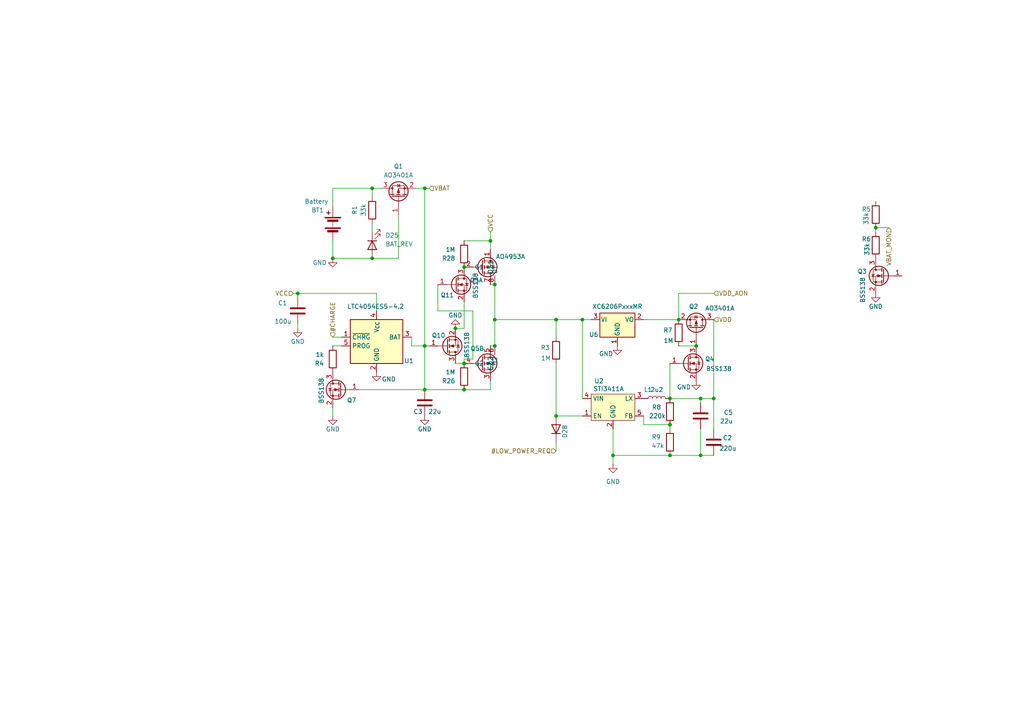
<source format=kicad_sch>
(kicad_sch (version 20231120) (generator "eeschema") (generator_version "8.0")
  (paper "A4")
  (title_block (title "Power systems") (rev "PY/A0 (1.1)") (company "MOTIV.PW"))
  (lib_symbols
    (symbol "AO4953A_1"
      (property "Reference" "Q" (at 4.572 9.652 0))
      (property "Value" "AO4953A" (at 8.636 -2.286 0))
      (symbol "AO4953A_1_0_1"
        (polyline (pts (xy -1.016 0) (xy -3.81 0)))
        (polyline (pts (xy -1.016 1.905) (xy -1.016 -1.905)) (stroke (width 0.254)))
        (polyline (pts (xy -0.508 -1.27) (xy -0.508 -2.286)) (stroke (width 0.254)))
        (polyline (pts (xy -0.508 0.508) (xy -0.508 -0.508)) (stroke (width 0.254)))
        (polyline (pts (xy -0.508 2.286) (xy -0.508 1.27)) (stroke (width 0.254)))
        (polyline (pts (xy 1.27 2.54) (xy 1.27 1.778)))
        (polyline (pts (xy 1.27 -2.54) (xy 1.27 0) (xy -0.508 0)))
        (polyline (pts (xy -0.508 -1.778) (xy 2.032 -1.778) (xy 2.032 1.778) (xy -0.508 1.778)))
        (polyline (pts (xy 1.27 0) (xy 0.254 -0.381) (xy 0.254 0.381) (xy 1.27 0)) (fill (type outline)))
        (polyline (pts (xy 1.524 -0.508) (xy 1.651 -0.381) (xy 2.413 -0.381) (xy 2.54 -0.254)))
        (polyline (pts (xy 2.032 -0.381) (xy 1.651 0.254) (xy 2.413 0.254) (xy 2.032 -0.381)))
        (circle (center 0.381 0) (radius 2.794) (stroke (width 0.254)))
        (circle (center 1.27 -1.778) (radius 0.254) (fill (type outline)))
        (circle (center 1.27 1.778) (radius 0.254) (fill (type outline)))
      )
      (symbol "AO4953A_1_1_1"
        (pin passive line (at 1.27 -5.08 90) (length 2.54) (name "S1") (number "1"))
        (pin passive line (at -6.35 0 0) (length 2.54) (name "G1") (number "2"))
        (pin passive line (at 1.27 5.08 270) (length 2.54) (name "D1") (number "7"))
        (pin passive line (at 2.54 5.08 270) (length 2.54) (name "D1") (number "8"))
      )
      (symbol "AO4953A_1_2_1"
        (pin passive line (at 1.27 -5.08 90) (length 2.54) (name "S2") (number "3"))
        (pin passive line (at -6.35 0 0) (length 2.54) (name "G2") (number "4"))
        (pin passive line (at 1.27 5.08 270) (length 2.54) (name "D2") (number "5"))
        (pin passive line (at 2.54 5.08 270) (length 2.54) (name "D2") (number "6"))
      )
    )
    (symbol "Battery_Management:LTC4054ES5-4.2"
      (property "Reference" "U" (at -5.842 6.604 0))
      (property "Value" "LTC4054ES5-4.2" (at 1.524 6.604 0))
      (symbol "LTC4054ES5-4.2_0_1"
        (rectangle (start -7.62 5.08) (end 7.62 -7.62) (stroke (width 0.254)) (fill (type background)))
      )
      (symbol "LTC4054ES5-4.2_1_1"
        (pin open_collector line (at -10.16 0 0) (length 2.54) (name "~{CHRG}") (number "1"))
        (pin power_in line (at 0 -10.16 90) (length 2.54) (name "GND") (number "2"))
        (pin power_out line (at 10.16 0 180) (length 2.54) (name "BAT") (number "3"))
        (pin power_in line (at 0 7.62 270) (length 2.54) (name "V_{CC}") (number "4"))
        (pin bidirectional line (at -10.16 -2.54 0) (length 2.54) (name "PROG") (number "5"))
      )
    )
    (symbol "Device:Battery" (pin_numbers hide) (pin_names (offset 0) hide)
      (property "Reference" "BT" (at 2.54 2.54 0))
      (property "Value" "Battery" (at 2.54 0 0))
      (symbol "Battery_0_1"
        (rectangle (start -2.286 -1.27) (end 2.286 -1.524) (fill (type outline)))
        (rectangle (start -2.286 1.778) (end 2.286 1.524) (fill (type outline)))
        (rectangle (start -1.524 -2.032) (end 1.524 -2.54) (fill (type outline)))
        (rectangle (start -1.524 1.016) (end 1.524 0.508) (fill (type outline)))
        (polyline (pts (xy 0 -1.016) (xy 0 -0.762)))
        (polyline (pts (xy 0 -0.508) (xy 0 -0.254)))
        (polyline (pts (xy 0 0) (xy 0 0.254)))
        (polyline (pts (xy 0 1.778) (xy 0 2.54)))
        (polyline (pts (xy 0.762 3.048) (xy 1.778 3.048)) (stroke (width 0.254)))
        (polyline (pts (xy 1.27 3.556) (xy 1.27 2.54)) (stroke (width 0.254)))
      )
      (symbol "Battery_1_1"
        (pin passive line (at 0 5.08 270) (length 2.54) (name "+") (number "1"))
        (pin passive line (at 0 -5.08 90) (length 2.54) (name "-") (number "2"))
      )
    )
    (symbol "Device:C" (pin_numbers hide) (pin_names (offset 0.254))
      (property "Reference" "C" (at 0.635 2.54 0))
      (property "Value" "C" (at 0.635 -2.54 0))
      (symbol "C_0_1"
        (polyline (pts (xy -2.032 -0.762) (xy 2.032 -0.762)) (stroke (width 0.508)))
        (polyline (pts (xy -2.032 0.762) (xy 2.032 0.762)) (stroke (width 0.508)))
      )
      (symbol "C_1_1"
        (pin passive line (at 0 3.81 270) (length 2.794) (name "~") (number "1"))
        (pin passive line (at 0 -3.81 90) (length 2.794) (name "~") (number "2"))
      )
    )
    (symbol "Device:D" (pin_numbers hide) (pin_names (offset 1.016) hide)
      (property "Reference" "D" (at 0 2.54 0))
      (property "Value" "D" (at 0 -2.54 0))
      (symbol "D_0_1"
        (polyline (pts (xy -1.27 1.27) (xy -1.27 -1.27)) (stroke (width 0.254)))
        (polyline (pts (xy 1.27 0) (xy -1.27 0)))
        (polyline (pts (xy 1.27 1.27) (xy 1.27 -1.27) (xy -1.27 0) (xy 1.27 1.27)) (stroke (width 0.254)))
      )
      (symbol "D_1_1"
        (pin passive line (at -3.81 0 0) (length 2.54) (name "K") (number "1"))
        (pin passive line (at 3.81 0 180) (length 2.54) (name "A") (number "2"))
      )
    )
    (symbol "Device:L" (pin_numbers hide) (pin_names (offset 1.016) hide)
      (property "Reference" "L" (at -1.27 0 90))
      (property "Value" "L" (at 1.905 0 90))
      (symbol "L_0_1"
        (arc (start 0 -2.54) (mid 0.6323 -1.905) (end 0 -1.27))
        (arc (start 0 -1.27) (mid 0.6323 -0.635) (end 0 0))
        (arc (start 0 0) (mid 0.6323 0.635) (end 0 1.27))
        (arc (start 0 1.27) (mid 0.6323 1.905) (end 0 2.54))
      )
      (symbol "L_1_1"
        (pin passive line (at 0 3.81 270) (length 1.27) (name "1") (number "1"))
        (pin passive line (at 0 -3.81 90) (length 1.27) (name "2") (number "2"))
      )
    )
    (symbol "Device:LED" (pin_numbers hide) (pin_names (offset 1.016) hide)
      (property "Reference" "D" (at 0 2.54 0))
      (property "Value" "LED" (at 0 -2.54 0))
      (symbol "LED_0_1"
        (polyline (pts (xy -1.27 -1.27) (xy -1.27 1.27)) (stroke (width 0.254)))
        (polyline (pts (xy -1.27 0) (xy 1.27 0)))
        (polyline (pts (xy 1.27 -1.27) (xy 1.27 1.27) (xy -1.27 0) (xy 1.27 -1.27)) (stroke (width 0.254)))
        (polyline (pts (xy -3.048 -0.762) (xy -4.572 -2.286) (xy -3.81 -2.286) (xy -4.572 -2.286) (xy -4.572 -1.524)))
        (polyline (pts (xy -1.778 -0.762) (xy -3.302 -2.286) (xy -2.54 -2.286) (xy -3.302 -2.286) (xy -3.302 -1.524)))
      )
      (symbol "LED_1_1"
        (pin passive line (at -3.81 0 0) (length 2.54) (name "K") (number "1"))
        (pin passive line (at 3.81 0 180) (length 2.54) (name "A") (number "2"))
      )
    )
    (symbol "Device:R" (pin_numbers hide) (pin_names (offset 0))
      (property "Reference" "R" (at 2.032 0 90))
      (property "Value" "R" (at 0 0 90))
      (symbol "R_0_1"
        (rectangle (start -1.016 -2.54) (end 1.016 2.54) (stroke (width 0.254)))
      )
      (symbol "R_1_1"
        (pin passive line (at 0 3.81 270) (length 1.27) (name "~") (number "1"))
        (pin passive line (at 0 -3.81 90) (length 1.27) (name "~") (number "2"))
      )
    )
    (symbol "Regulator_Linear:XC6206PxxxMR" (pin_names (offset 0.254))
      (property "Reference" "U" (at -3.81 3.175 0))
      (property "Value" "XC6206PxxxMR" (at 0 3.175 0))
      (symbol "XC6206PxxxMR_0_1"
        (rectangle (start -5.08 1.905) (end 5.08 -5.08) (stroke (width 0.254)) (fill (type background)))
      )
      (symbol "XC6206PxxxMR_1_1"
        (pin power_in line (at 0 -7.62 90) (length 2.54) (name "GND") (number "1"))
        (pin power_out line (at 7.62 0 180) (length 2.54) (name "VO") (number "2"))
        (pin power_in line (at -7.62 0 0) (length 2.54) (name "VI") (number "3"))
      )
    )
    (symbol "Transistor_FET:AO3401A" (pin_names hide)
      (property "Reference" "Q" (at 5.08 1.905 0))
      (property "Value" "AO3401A" (at 5.08 0 0))
      (symbol "AO3401A_0_1"
        (polyline (pts (xy 0.254 0) (xy -2.54 0)))
        (polyline (pts (xy 0.254 1.905) (xy 0.254 -1.905)) (stroke (width 0.254)))
        (polyline (pts (xy 0.762 -1.27) (xy 0.762 -2.286)) (stroke (width 0.254)))
        (polyline (pts (xy 0.762 0.508) (xy 0.762 -0.508)) (stroke (width 0.254)))
        (polyline (pts (xy 0.762 2.286) (xy 0.762 1.27)) (stroke (width 0.254)))
        (polyline (pts (xy 2.54 2.54) (xy 2.54 1.778)))
        (polyline (pts (xy 2.54 -2.54) (xy 2.54 0) (xy 0.762 0)))
        (polyline (pts (xy 0.762 1.778) (xy 3.302 1.778) (xy 3.302 -1.778) (xy 0.762 -1.778)))
        (polyline (pts (xy 2.286 0) (xy 1.27 0.381) (xy 1.27 -0.381) (xy 2.286 0)) (fill (type outline)))
        (polyline (pts (xy 2.794 -0.508) (xy 2.921 -0.381) (xy 3.683 -0.381) (xy 3.81 -0.254)))
        (polyline (pts (xy 3.302 -0.381) (xy 2.921 0.254) (xy 3.683 0.254) (xy 3.302 -0.381)))
        (circle (center 1.651 0) (radius 2.794) (stroke (width 0.254)))
        (circle (center 2.54 -1.778) (radius 0.254) (fill (type outline)))
        (circle (center 2.54 1.778) (radius 0.254) (fill (type outline)))
      )
      (symbol "AO3401A_1_1"
        (pin input line (at -5.08 0 0) (length 2.54) (name "G") (number "1"))
        (pin passive line (at 2.54 -5.08 90) (length 2.54) (name "S") (number "2"))
        (pin passive line (at 2.54 5.08 270) (length 2.54) (name "D") (number "3"))
      )
    )
    (symbol "Transistor_FET:BSS138" (pin_names hide)
      (property "Reference" "Q" (at 5.08 1.905 0))
      (property "Value" "BSS138" (at 5.08 0 0))
      (symbol "BSS138_0_1"
        (polyline (pts (xy 0.254 0) (xy -2.54 0)))
        (polyline (pts (xy 0.254 1.905) (xy 0.254 -1.905)) (stroke (width 0.254)))
        (polyline (pts (xy 0.762 -1.27) (xy 0.762 -2.286)) (stroke (width 0.254)))
        (polyline (pts (xy 0.762 0.508) (xy 0.762 -0.508)) (stroke (width 0.254)))
        (polyline (pts (xy 0.762 2.286) (xy 0.762 1.27)) (stroke (width 0.254)))
        (polyline (pts (xy 2.54 2.54) (xy 2.54 1.778)))
        (polyline (pts (xy 2.54 -2.54) (xy 2.54 0) (xy 0.762 0)))
        (polyline (pts (xy 0.762 -1.778) (xy 3.302 -1.778) (xy 3.302 1.778) (xy 0.762 1.778)))
        (polyline (pts (xy 1.016 0) (xy 2.032 0.381) (xy 2.032 -0.381) (xy 1.016 0)) (fill (type outline)))
        (polyline (pts (xy 2.794 0.508) (xy 2.921 0.381) (xy 3.683 0.381) (xy 3.81 0.254)))
        (polyline (pts (xy 3.302 0.381) (xy 2.921 -0.254) (xy 3.683 -0.254) (xy 3.302 0.381)))
        (circle (center 1.651 0) (radius 2.794) (stroke (width 0.254)))
        (circle (center 2.54 -1.778) (radius 0.254) (fill (type outline)))
        (circle (center 2.54 1.778) (radius 0.254) (fill (type outline)))
      )
      (symbol "BSS138_1_1"
        (pin input line (at -5.08 0 0) (length 2.54) (name "G") (number "1"))
        (pin passive line (at 2.54 -5.08 90) (length 2.54) (name "S") (number "2"))
        (pin passive line (at 2.54 5.08 270) (length 2.54) (name "D") (number "3"))
      )
    )
    (symbol "custom:AO4953A"
      (property "Reference" "Q" (at 4.572 9.652 0))
      (property "Value" "AO4953A" (at 8.636 -2.286 0))
      (symbol "AO4953A_0_1"
        (polyline (pts (xy -1.016 0) (xy -3.81 0)))
        (polyline (pts (xy -1.016 1.905) (xy -1.016 -1.905)) (stroke (width 0.254)))
        (polyline (pts (xy -0.508 -1.27) (xy -0.508 -2.286)) (stroke (width 0.254)))
        (polyline (pts (xy -0.508 0.508) (xy -0.508 -0.508)) (stroke (width 0.254)))
        (polyline (pts (xy -0.508 2.286) (xy -0.508 1.27)) (stroke (width 0.254)))
        (polyline (pts (xy 1.27 2.54) (xy 1.27 1.778)))
        (polyline (pts (xy 1.27 -2.54) (xy 1.27 0) (xy -0.508 0)))
        (polyline (pts (xy -0.508 -1.778) (xy 2.032 -1.778) (xy 2.032 1.778) (xy -0.508 1.778)))
        (polyline (pts (xy 1.27 0) (xy 0.254 -0.381) (xy 0.254 0.381) (xy 1.27 0)) (fill (type outline)))
        (polyline (pts (xy 1.524 -0.508) (xy 1.651 -0.381) (xy 2.413 -0.381) (xy 2.54 -0.254)))
        (polyline (pts (xy 2.032 -0.381) (xy 1.651 0.254) (xy 2.413 0.254) (xy 2.032 -0.381)))
        (circle (center 0.381 0) (radius 2.794) (stroke (width 0.254)))
        (circle (center 1.27 -1.778) (radius 0.254) (fill (type outline)))
        (circle (center 1.27 1.778) (radius 0.254) (fill (type outline)))
      )
      (symbol "AO4953A_1_1"
        (pin passive line (at 1.27 -5.08 90) (length 2.54) (name "S1") (number "1"))
        (pin passive line (at -6.35 0 0) (length 2.54) (name "G1") (number "2"))
        (pin passive line (at 1.27 5.08 270) (length 2.54) (name "D1") (number "7"))
        (pin passive line (at 2.54 5.08 270) (length 2.54) (name "D1") (number "8"))
      )
      (symbol "AO4953A_2_1"
        (pin passive line (at 1.27 -5.08 90) (length 2.54) (name "S2") (number "3"))
        (pin passive line (at -6.35 0 0) (length 2.54) (name "G2") (number "4"))
        (pin passive line (at 1.27 5.08 270) (length 2.54) (name "D2") (number "5"))
        (pin passive line (at 2.54 5.08 270) (length 2.54) (name "D2") (number "6"))
      )
    )
    (symbol "custom:STI3411"
      (property "Reference" "U2" (at 2.286 3.81 0))
      (property "Value" "STI3411A" (at 5.08 1.524 0))
      (symbol "STI3411_1_1"
        (rectangle (start 0 0) (end 12.7 -7.62) (fill (type background)))
        (pin input line (at -2.54 -6.35 0) (length 2.54) (name "EN") (number "1"))
        (pin power_in line (at 6.35 -10.16 90) (length 2.54) (name "GND") (number "2"))
        (pin power_out line (at 15.24 -1.27 180) (length 2.54) (name "LX") (number "3"))
        (pin power_in line (at -2.54 -1.27 0) (length 2.54) (name "VIN") (number "4"))
        (pin input line (at 15.24 -6.35 180) (length 2.54) (name "FB") (number "5"))
      )
    )
    (symbol "power:GND" (power) (pin_numbers hide) (pin_names (offset 0) hide)
      (property "Value" "GND" (at 0 -3.81 0))
      (symbol "GND_0_1"
        (polyline (pts (xy 0 0) (xy 0 -1.27) (xy 1.27 -1.27) (xy 0 -2.54) (xy -1.27 -1.27) (xy 0 -1.27)))
      )
      (symbol "GND_1_1"
        (pin power_in line (at 0 0 270) (length 0) (name "~") (number "1"))
      )
    )
  )
  (junction (at 168.91 92.71))
  (junction (at 123.19 100.33))
  (junction (at 143.51 92.71))
  (junction (at 123.19 113.03))
  (junction (at 161.29 120.65))
  (junction (at 107.95 74.93))
  (junction (at 177.8 132.08))
  (junction (at 134.62 77.47))
  (junction (at 132.08 95.25))
  (junction (at 201.93 100.33))
  (junction (at 123.19 54.61))
  (junction (at 194.31 115.57))
  (junction (at 203.2 115.57))
  (junction (at 196.85 92.71))
  (junction (at 207.01 115.57))
  (junction (at 194.31 123.19))
  (junction (at 143.51 100.33))
  (junction (at 161.29 92.71))
  (junction (at 107.95 54.61))
  (junction (at 142.24 69.85))
  (junction (at 134.62 105.41))
  (junction (at 203.2 132.08))
  (junction (at 96.52 74.93))
  (junction (at 254 66.04))
  (junction (at 143.51 82.55))
  (junction (at 194.31 132.08))
  (junction (at 134.62 113.03))
  (junction (at 86.36 85.09))
  (wire (pts (xy 137.16 90.17) (xy 137.16 104.14)))
  (wire (pts (xy 142.24 100.33) (xy 143.51 100.33)))
  (wire (pts (xy 186.69 120.65) (xy 186.69 123.19)))
  (wire (pts (xy 134.62 104.14) (xy 134.62 105.41)))
  (wire (pts (xy 107.95 54.61) (xy 96.52 54.61)))
  (wire (pts (xy 142.24 67.31) (xy 142.24 69.85)))
  (wire (pts (xy 104.14 113.03) (xy 123.19 113.03)))
  (wire (pts (xy 177.8 132.08) (xy 194.31 132.08)))
  (wire (pts (xy 96.52 97.79) (xy 99.06 97.79)))
  (wire (pts (xy 143.51 92.71) (xy 161.29 92.71)))
  (wire (pts (xy 107.95 57.15) (xy 107.95 54.61)))
  (wire (pts (xy 194.31 123.19) (xy 194.31 124.46)))
  (wire (pts (xy 194.31 132.08) (xy 203.2 132.08)))
  (wire (pts (xy 110.49 54.61) (xy 107.95 54.61)))
  (wire (pts (xy 161.29 92.71) (xy 168.91 92.71)))
  (wire (pts (xy 196.85 85.09) (xy 196.85 92.71)))
  (wire (pts (xy 86.36 85.09) (xy 109.22 85.09)))
  (wire (pts (xy 132.08 105.41) (xy 134.62 105.41)))
  (wire (pts (xy 207.01 92.71) (xy 207.01 115.57)))
  (wire (pts (xy 143.51 82.55) (xy 143.51 92.71)))
  (wire (pts (xy 207.01 85.09) (xy 196.85 85.09)))
  (wire (pts (xy 134.62 95.25) (xy 132.08 95.25)))
  (wire (pts (xy 177.8 124.46) (xy 177.8 132.08)))
  (wire (pts (xy 123.19 113.03) (xy 134.62 113.03)))
  (wire (pts (xy 207.01 115.57) (xy 207.01 124.46)))
  (wire (pts (xy 85.09 85.09) (xy 86.36 85.09)))
  (wire (pts (xy 115.57 62.23) (xy 115.57 74.93)))
  (wire (pts (xy 123.19 100.33) (xy 123.19 113.03)))
  (wire (pts (xy 107.95 74.93) (xy 115.57 74.93)))
  (wire (pts (xy 96.52 100.33) (xy 99.06 100.33)))
  (wire (pts (xy 123.19 54.61) (xy 124.46 54.61)))
  (wire (pts (xy 96.52 54.61) (xy 96.52 59.69)))
  (wire (pts (xy 127 82.55) (xy 127 90.17)))
  (wire (pts (xy 161.29 92.71) (xy 161.29 97.79)))
  (wire (pts (xy 123.19 54.61) (xy 123.19 100.33)))
  (wire (pts (xy 196.85 100.33) (xy 201.93 100.33)))
  (wire (pts (xy 186.69 92.71) (xy 196.85 92.71)))
  (wire (pts (xy 134.62 69.85) (xy 142.24 69.85)))
  (wire (pts (xy 161.29 120.65) (xy 168.91 120.65)))
  (wire (pts (xy 161.29 105.41) (xy 161.29 120.65)))
  (wire (pts (xy 203.2 115.57) (xy 207.01 115.57)))
  (wire (pts (xy 109.22 85.09) (xy 109.22 90.17)))
  (wire (pts (xy 123.19 100.33) (xy 124.46 100.33)))
  (wire (pts (xy 257.81 66.04) (xy 254 66.04)))
  (wire (pts (xy 254 66.04) (xy 254 67.31)))
  (wire (pts (xy 86.36 85.09) (xy 86.36 86.36)))
  (wire (pts (xy 134.62 87.63) (xy 134.62 95.25)))
  (wire (pts (xy 194.31 115.57) (xy 203.2 115.57)))
  (wire (pts (xy 137.16 104.14) (xy 134.62 104.14)))
  (wire (pts (xy 143.51 82.55) (xy 142.24 82.55)))
  (wire (pts (xy 142.24 69.85) (xy 142.24 72.39)))
  (wire (pts (xy 203.2 116.84) (xy 203.2 115.57)))
  (wire (pts (xy 96.52 74.93) (xy 107.95 74.93)))
  (wire (pts (xy 134.62 113.03) (xy 142.24 113.03)))
  (wire (pts (xy 168.91 92.71) (xy 171.45 92.71)))
  (wire (pts (xy 96.52 69.85) (xy 96.52 74.93)))
  (wire (pts (xy 127 90.17) (xy 137.16 90.17)))
  (wire (pts (xy 107.95 64.77) (xy 107.95 67.31)))
  (wire (pts (xy 119.38 100.33) (xy 123.19 100.33)))
  (wire (pts (xy 119.38 100.33) (xy 119.38 97.79)))
  (wire (pts (xy 143.51 92.71) (xy 143.51 100.33)))
  (wire (pts (xy 203.2 132.08) (xy 207.01 132.08)))
  (wire (pts (xy 168.91 92.71) (xy 168.91 115.57)))
  (wire (pts (xy 186.69 123.19) (xy 194.31 123.19)))
  (wire (pts (xy 96.52 120.65) (xy 96.52 118.11)))
  (wire (pts (xy 120.65 54.61) (xy 123.19 54.61)))
  (wire (pts (xy 142.24 113.03) (xy 142.24 110.49)))
  (wire (pts (xy 177.8 134.62) (xy 177.8 132.08)))
  (wire (pts (xy 194.31 105.41) (xy 194.31 115.57)))
  (wire (pts (xy 86.36 93.98) (xy 86.36 95.25)))
  (wire (pts (xy 161.29 128.27) (xy 161.29 130.81)))
  (wire (pts (xy 203.2 124.46) (xy 203.2 132.08)))
  (hierarchical_label "VDD_AON" (shape input) (at 207.01 85.09 0))
  (hierarchical_label "VBAT" (shape input) (at 124.46 54.61 0))
  (hierarchical_label "#CHARGE" (shape input) (at 96.52 97.79 90))
  (hierarchical_label "VBAT_MON" (shape input) (at 257.81 66.04 270))
  (hierarchical_label "#LOW_POWER_REQ" (shape input) (at 161.29 130.81 180))
  (hierarchical_label "VCC" (shape input) (at 85.09 85.09 180))
  (hierarchical_label "VDD" (shape input) (at 207.01 92.71 0))
  (hierarchical_label "VCC" (shape input) (at 142.24 67.31 90))
  (symbol (lib_id "Transistor_FET:BSS138") (at 199.39 105.41 0) (unit 1)
    (property "Reference" "Q4" (at 204.47 104.14 0) (effects (justify left)))
    (property "Value" "BSS138" (at 204.724 106.934 0) (effects (justify left)))
    (property "Footprint" "Package_TO_SOT_SMD:SOT-23" (effects (hide yes)))
    (property "Datasheet" "https://www.onsemi.com/pub/Collateral/BSS138-D.PDF" (effects (hide yes)))
    (property "Description" "50V Vds, 0.22A Id, N-Channel MOSFET, SOT-23" (effects (hide yes)))
  )
  (symbol (lib_id "Battery_Management:LTC4054ES5-4.2") (at 109.22 97.79 0) (unit 1)
    (property "Reference" "U1" (at 118.618 104.648 0))
    (property "Value" "LTC4054ES5-4.2" (at 108.966 88.9 0))
    (property "Footprint" "Package_TO_SOT_SMD:TSOT-23-5" (effects (hide yes)))
    (property "Datasheet" "https://www.analog.com/media/en/technical-documentation/data-sheets/405442xf.pdf" (effects (hide yes)))
    (property "Description" "Constant-current/constant-voltage linear charger for single cell lithium-ion batteries with 2.9V Trickle Charge, 4.5V to 6.5V VDD, -40 to +85 degree Celsius, TSOT-23-5" (effects (hide yes)))
  )
  (symbol (lib_id "Transistor_FET:BSS138") (at 99.06 113.03 0) (mirror y) (unit 1)
    (property "Reference" "Q7" (at 103.378 116.078 0) (effects (justify left)))
    (property "Value" "BSS138" (at 93.218 117.094 90) (effects (justify left)))
    (property "Footprint" "Package_TO_SOT_SMD:SOT-23" (effects (hide yes)))
    (property "Datasheet" "https://www.onsemi.com/pub/Collateral/BSS138-D.PDF" (effects (hide yes)))
    (property "Description" "50V Vds, 0.22A Id, N-Channel MOSFET, SOT-23" (effects (hide yes)))
  )
  (symbol (lib_id "Device:R") (at 134.62 109.22 180) (unit 1)
    (property "Reference" "R26" (at 132.08 110.49 0) (effects (justify left)))
    (property "Value" "1M" (at 132.08 107.95 0) (effects (justify left)))
    (property "Footprint" "Resistor_SMD:R_0805_2012Metric_Pad1.20x1.40mm_HandSolder" (effects (hide yes)))
    (property "Description" "Resistor" (effects (hide yes)))
  )
  (symbol (lib_id "Device:C") (at 203.2 120.65 0) (mirror y) (unit 1)
    (property "Reference" "C5" (at 212.598 119.634 0) (effects (justify left)))
    (property "Value" "22u" (at 212.598 122.174 0) (effects (justify left)))
    (property "Footprint" "Resistor_SMD:R_1210_3225Metric_Pad1.30x2.65mm_HandSolder" (effects (hide yes)))
    (property "Description" "Unpolarized capacitor" (effects (hide yes)))
  )
  (symbol (lib_id "Regulator_Linear:XC6206PxxxMR") (at 179.07 92.71 0) (unit 1)
    (property "Reference" "U6" (at 172.212 97.028 0))
    (property "Value" "XC6206PxxxMR" (at 179.07 88.9 0))
    (property "Footprint" "Package_TO_SOT_SMD:SOT-23-3" (effects (hide yes)))
    (property "Datasheet" "https://www.torexsemi.com/file/xc6206/XC6206.pdf" (effects (hide yes)))
    (property "Description" "Positive 60-250mA Low Dropout Regulator, Fixed Output, SOT-23" (effects (hide yes)))
  )
  (symbol (lib_id "Device:L") (at 190.5 115.57 90) (unit 1)
    (property "Reference" "L1" (at 187.96 113.03 90))
    (property "Value" "2u2" (at 190.5 113.03 90))
    (property "Footprint" "Inductor_SMD:L_Chilisin_BMRA00050530" (effects (hide yes)))
    (property "Description" "Inductor" (effects (hide yes)))
  )
  (symbol (lib_id "Device:R") (at 254 71.12 0) (unit 1)
    (property "Reference" "R6" (at 249.936 69.342 0) (effects (justify left)))
    (property "Value" "33k" (at 251.46 74.168 90) (effects (justify left)))
    (property "Footprint" "Resistor_SMD:R_0805_2012Metric_Pad1.20x1.40mm_HandSolder" (effects (hide yes)))
    (property "Description" "Resistor" (effects (hide yes)))
  )
  (symbol (lib_id "Transistor_FET:BSS138") (at 256.54 80.01 0) (mirror y) (unit 1)
    (property "Reference" "Q3" (at 251.46 78.74 0) (effects (justify left)))
    (property "Value" "BSS138" (at 250.19 87.884 90) (effects (justify left)))
    (property "Footprint" "Package_TO_SOT_SMD:SOT-23" (effects (hide yes)))
    (property "Datasheet" "https://www.onsemi.com/pub/Collateral/BSS138-D.PDF" (effects (hide yes)))
    (property "Description" "50V Vds, 0.22A Id, N-Channel MOSFET, SOT-23" (effects (hide yes)))
  )
  (symbol (lib_id "Device:R") (at 134.62 73.66 180) (unit 1)
    (property "Reference" "R28" (at 132.08 74.93 0) (effects (justify left)))
    (property "Value" "1M" (at 132.08 72.39 0) (effects (justify left)))
    (property "Footprint" "Resistor_SMD:R_0805_2012Metric_Pad1.20x1.40mm_HandSolder" (effects (hide yes)))
    (property "Description" "Resistor" (effects (hide yes)))
  )
  (symbol (lib_id "power:GND") (at 132.08 95.25 180) (unit 1)
    (property "Reference" "#PWR020" (effects (hide yes)))
    (property "Value" "GND" (at 132.08 91.44 0))
    (property "Description" "Power symbol creates a global label with name \"GND\" , ground" (effects (hide yes)))
  )
  (symbol (lib_id "Device:R") (at 194.31 119.38 0) (mirror y) (unit 1)
    (property "Reference" "R8" (at 191.77 118.11 0) (effects (justify left)))
    (property "Value" "220k" (at 188.214 120.65 0) (effects (justify right)))
    (property "Footprint" "Resistor_SMD:R_0805_2012Metric_Pad1.20x1.40mm_HandSolder" (effects (hide yes)))
    (property "Description" "Resistor" (effects (hide yes)))
  )
  (symbol (lib_id "Device:R") (at 196.85 96.52 0) (mirror y) (unit 1)
    (property "Reference" "R7" (at 195.072 95.758 0) (effects (justify left)))
    (property "Value" "1M" (at 195.326 98.806 0) (effects (justify left)))
    (property "Footprint" "Resistor_SMD:R_0805_2012Metric_Pad1.20x1.40mm_HandSolder" (effects (hide yes)))
    (property "Description" "Resistor" (effects (hide yes)))
  )
  (symbol (lib_id "power:GND") (at 96.52 120.65 0) (unit 1)
    (property "Reference" "#PWR05" (effects (hide yes)))
    (property "Value" "GND" (at 96.52 124.46 0))
    (property "Description" "Power symbol creates a global label with name \"GND\" , ground" (effects (hide yes)))
  )
  (symbol (lib_id "custom:AO4953A") (at 140.97 105.41 0) (unit 2)
    (property "Reference" "Q5" (at 138.43 101.092 0))
    (property "Value" "AO4953A" (effects (hide yes)))
    (property "Footprint" "Package_SO:SOP-8_3.9x4.9mm_P1.27mm" (effects (hide yes)))
  )
  (symbol (lib_id "Device:C") (at 86.36 90.17 0) (mirror y) (unit 1)
    (property "Reference" "C1" (at 83.312 87.884 0) (effects (justify left)))
    (property "Value" "100u" (at 84.582 93.218 0) (effects (justify left)))
    (property "Footprint" "Capacitor_SMD:C_1210_3225Metric" (effects (hide yes)))
    (property "Description" "Unpolarized capacitor" (effects (hide yes)))
  )
  (symbol (lib_id "Device:C") (at 207.01 128.27 0) (mirror y) (unit 1)
    (property "Reference" "C2" (at 212.344 127 0) (effects (justify left)))
    (property "Value" "220u" (at 213.614 130.048 0) (effects (justify left)))
    (property "Footprint" "Capacitor_SMD:C_2220_5750Metric" (effects (hide yes)))
    (property "Description" "Unpolarized capacitor" (effects (hide yes)))
  )
  (symbol (lib_id "Transistor_FET:BSS138") (at 129.54 100.33 0) (mirror x) (unit 1)
    (property "Reference" "Q10" (at 125.222 97.282 0) (effects (justify left)))
    (property "Value" "BSS138" (at 135.382 96.266 90) (effects (justify left)))
    (property "Footprint" "Package_TO_SOT_SMD:SOT-23" (effects (hide yes)))
    (property "Datasheet" "https://www.onsemi.com/pub/Collateral/BSS138-D.PDF" (effects (hide yes)))
    (property "Description" "50V Vds, 0.22A Id, N-Channel MOSFET, SOT-23" (effects (hide yes)))
  )
  (symbol (lib_id "Device:R") (at 254 62.23 0) (unit 1)
    (property "Reference" "R5" (at 249.936 60.706 0) (effects (justify left)))
    (property "Value" "33k" (at 251.206 65.278 90) (effects (justify left)))
    (property "Footprint" "Resistor_SMD:R_0805_2012Metric_Pad1.20x1.40mm_HandSolder" (effects (hide yes)))
    (property "Description" "Resistor" (effects (hide yes)))
  )
  (symbol (lib_id "Transistor_FET:AO3401A") (at 201.93 95.25 270) (mirror x) (unit 1)
    (property "Reference" "Q2" (at 201.168 88.9 90))
    (property "Value" "AO3401A" (at 208.788 89.408 90))
    (property "Footprint" "Package_TO_SOT_SMD:SOT-23" (effects (hide yes)))
    (property "Datasheet" "http://www.aosmd.com/pdfs/datasheet/AO3401A.pdf" (effects (hide yes)))
    (property "Description" "-4.0A Id, -30V Vds, P-Channel MOSFET, SOT-23" (effects (hide yes)))
  )
  (symbol (lib_id "custom:STI3411") (at 171.45 114.3 0) (unit 1)
    (property "Reference" "U2" (at 173.736 110.49 0))
    (property "Value" "STI3411A" (at 176.53 112.776 0))
    (property "Footprint" "Package_TO_SOT_SMD:TSOT-23-5" (effects (hide yes)))
  )
  (symbol (lib_id "power:GND") (at 179.07 100.33 0) (unit 1)
    (property "Reference" "#PWR029" (effects (hide yes)))
    (property "Value" "GND" (at 175.768 102.616 0))
    (property "Description" "Power symbol creates a global label with name \"GND\" , ground" (effects (hide yes)))
  )
  (symbol (lib_id "Device:R") (at 194.31 128.27 0) (unit 1)
    (property "Reference" "R9" (at 188.976 126.746 0) (effects (justify left)))
    (property "Value" "47k" (at 188.976 129.286 0) (effects (justify left)))
    (property "Footprint" "Resistor_SMD:R_0805_2012Metric_Pad1.20x1.40mm_HandSolder" (effects (hide yes)))
    (property "Description" "Resistor" (effects (hide yes)))
  )
  (symbol (lib_id "power:GND") (at 109.22 107.95 0) (unit 1)
    (property "Reference" "#PWR019" (effects (hide yes)))
    (property "Value" "GND" (at 112.776 109.982 0))
    (property "Description" "Power symbol creates a global label with name \"GND\" , ground" (effects (hide yes)))
  )
  (symbol (lib_id "power:GND") (at 177.8 134.62 0) (unit 1)
    (property "Reference" "#PWR030" (effects (hide yes)))
    (property "Value" "GND" (at 177.8 139.7 0))
    (property "Description" "Power symbol creates a global label with name \"GND\" , ground" (effects (hide yes)))
  )
  (symbol (lib_id "Transistor_FET:BSS138") (at 132.08 82.55 0) (unit 1)
    (property "Reference" "Q11" (at 127.762 85.598 0) (effects (justify left)))
    (property "Value" "BSS138" (at 137.922 86.614 90) (effects (justify left)))
    (property "Footprint" "Package_TO_SOT_SMD:SOT-23" (effects (hide yes)))
    (property "Datasheet" "https://www.onsemi.com/pub/Collateral/BSS138-D.PDF" (effects (hide yes)))
    (property "Description" "50V Vds, 0.22A Id, N-Channel MOSFET, SOT-23" (effects (hide yes)))
  )
  (symbol (lib_id "Device:Battery") (at 96.52 64.77 0) (mirror y) (unit 1)
    (property "Reference" "BT1" (at 93.98 60.96 0) (effects (justify left)))
    (property "Value" "Battery" (at 95.25 58.42 0) (effects (justify left)))
    (property "Footprint" "footprints:LiIon18650" (effects (hide yes)))
    (property "Description" "Multiple-cell battery" (effects (hide yes)))
  )
  (symbol (lib_id "Device:R") (at 107.95 60.96 0) (mirror y) (unit 1)
    (property "Reference" "R1" (at 102.87 60.96 90))
    (property "Value" "33k" (at 105.41 60.96 90))
    (property "Footprint" "Resistor_SMD:R_0805_2012Metric_Pad1.20x1.40mm_HandSolder" (effects (hide yes)))
    (property "Description" "Resistor" (effects (hide yes)))
  )
  (symbol (lib_name "AO4953A_1") (lib_id "custom:AO4953A") (at 140.97 77.47 0) (mirror x) (unit 1)
    (property "Reference" "Q5" (at 138.176 81.28 0))
    (property "Value" "AO4953A" (at 148.082 74.422 0))
    (property "Footprint" "Package_SO:SOP-8_3.9x4.9mm_P1.27mm" (effects (hide yes)))
  )
  (symbol (lib_id "power:GND") (at 201.93 110.49 0) (unit 1)
    (property "Reference" "#PWR08" (effects (hide yes)))
    (property "Value" "GND" (at 198.374 112.268 0))
    (property "Description" "Power symbol creates a global label with name \"GND\" , ground" (effects (hide yes)))
  )
  (symbol (lib_id "Transistor_FET:AO3401A") (at 115.57 57.15 90) (unit 1)
    (property "Reference" "Q1" (at 115.57 48.26 90))
    (property "Value" "AO3401A" (at 115.57 50.8 90))
    (property "Footprint" "Package_TO_SOT_SMD:SOT-23" (effects (hide yes)))
    (property "Datasheet" "http://www.aosmd.com/pdfs/datasheet/AO3401A.pdf" (effects (hide yes)))
    (property "Description" "-4.0A Id, -30V Vds, P-Channel MOSFET, SOT-23" (effects (hide yes)))
  )
  (symbol (lib_id "Device:R") (at 161.29 101.6 0) (mirror y) (unit 1)
    (property "Reference" "R3" (at 159.512 100.838 0) (effects (justify left)))
    (property "Value" "1M" (at 159.766 103.886 0) (effects (justify left)))
    (property "Footprint" "Resistor_SMD:R_0805_2012Metric_Pad1.20x1.40mm_HandSolder" (effects (hide yes)))
    (property "Description" "Resistor" (effects (hide yes)))
  )
  (symbol (lib_id "power:GND") (at 96.52 74.93 0) (mirror y) (unit 1)
    (property "Reference" "#PWR012" (effects (hide yes)))
    (property "Value" "GND" (at 92.71 76.2 0))
    (property "Description" "Power symbol creates a global label with name \"GND\" , ground" (effects (hide yes)))
  )
  (symbol (lib_id "Device:D") (at 161.29 124.46 90) (unit 1)
    (property "Reference" "D28" (at 163.83 123.19 0) (effects (justify right)))
    (property "Value" "D" (effects (hide yes)))
    (property "Footprint" "Diode_SMD:D_1206_3216Metric" (effects (hide yes)))
    (property "Description" "Diode" (effects (hide yes)))
    (property "Sim.Device" "D" (effects (hide yes)))
    (property "Sim.Pins" "1=K 2=A" (effects (hide yes)))
  )
  (symbol (lib_id "power:GND") (at 123.19 120.65 0) (unit 1)
    (property "Reference" "#PWR024" (effects (hide yes)))
    (property "Value" "GND" (at 123.19 124.46 0))
    (property "Description" "Power symbol creates a global label with name \"GND\" , ground" (effects (hide yes)))
  )
  (symbol (lib_id "power:GND") (at 86.36 95.25 0) (unit 1)
    (property "Reference" "#PWR03" (effects (hide yes)))
    (property "Value" "GND" (at 86.36 99.06 0))
    (property "Description" "Power symbol creates a global label with name \"GND\" , ground" (effects (hide yes)))
  )
  (symbol (lib_id "Device:C") (at 123.19 116.84 0) (unit 1)
    (property "Reference" "C3" (at 119.888 119.38 0) (effects (justify left)))
    (property "Value" "22u" (at 124.206 119.38 0) (effects (justify left)))
    (property "Footprint" "Capacitor_SMD:C_1210_3225Metric_Pad1.33x2.70mm_HandSolder" (effects (hide yes)))
    (property "Description" "Unpolarized capacitor" (effects (hide yes)))
  )
  (symbol (lib_id "Device:LED") (at 107.95 71.12 90) (mirror x) (unit 1)
    (property "Reference" "D25" (at 111.76 68.2624 90) (effects (justify right)))
    (property "Value" "BAT_REV" (at 111.76 70.8024 90) (effects (justify right)))
    (property "Footprint" "Diode_SMD:D_1206_3216Metric" (effects (hide yes)))
    (property "Description" "Light emitting diode" (effects (hide yes)))
  )
  (symbol (lib_id "power:GND") (at 254 85.09 0) (unit 1)
    (property "Reference" "#PWR018" (effects (hide yes)))
    (property "Value" "GND" (at 254 88.9 0))
    (property "Description" "Power symbol creates a global label with name \"GND\" , ground" (effects (hide yes)))
  )
  (symbol (lib_id "Device:R") (at 96.52 104.14 180) (unit 1)
    (property "Reference" "R4" (at 93.98 105.41 0) (effects (justify left)))
    (property "Value" "1k" (at 93.98 102.87 0) (effects (justify left)))
    (property "Footprint" "Resistor_SMD:R_0805_2012Metric_Pad1.20x1.40mm_HandSolder" (effects (hide yes)))
    (property "Description" "Resistor" (effects (hide yes)))
  )
)
</source>
